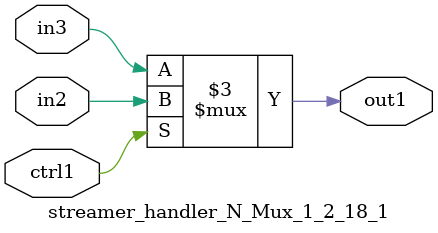
<source format=v>

`timescale 1ps / 1ps


module streamer_handler_N_Mux_1_2_18_1( in3, in2, ctrl1, out1 );

    input in3;
    input in2;
    input ctrl1;
    output out1;
    reg out1;

    
    // rtl_process:streamer_handler_N_Mux_1_2_18_1/streamer_handler_N_Mux_1_2_18_1_thread_1
    always @*
      begin : streamer_handler_N_Mux_1_2_18_1_thread_1
        case (ctrl1) 
          1'b1: 
            begin
              out1 = in2;
            end
          default: 
            begin
              out1 = in3;
            end
        endcase
      end

endmodule


</source>
